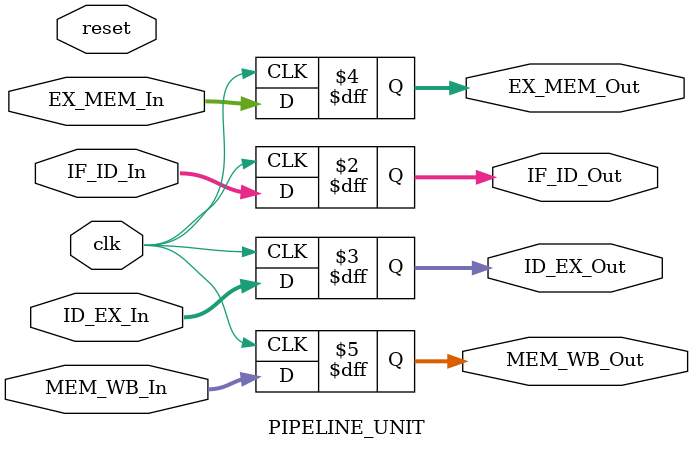
<source format=v>
 

module PIPELINE_UNIT(clk,reset,IF_ID_In,IF_ID_Out,ID_EX_In,ID_EX_Out,EX_MEM_In,EX_MEM_Out,MEM_WB_In,MEM_WB_Out);

input clk,reset;
input [63:0]IF_ID_In;    //32 to PC , 32 to Instraction
input [167:0]ID_EX_In;   //32 to PC ,, 32 to Instraction ,32 to read data 1,32 to read data 2, 32 to Imm Gen  + 8 Control
input [106:0]EX_MEM_In;	 //32 to ALU result ,32 to read data 2,32 to ImmGen_PC_Sum, 5 to Write Reg Address + 5 Control + 1 ALUZero
input [70:0]MEM_WB_In;   //32 to Read data,32 ALU reult ,5 to Write Reg Address + 2 Control
output reg [63:0]IF_ID_Out;	// 32,32
output reg [167:0]ID_EX_Out;	// 32,32,32,32,32,7
output reg [106:0]EX_MEM_Out;	// 32,32,32,5,5,1
output reg [70:0]MEM_WB_Out;	// 32,32,5,2

always @ (posedge clk)
begin
if(reset)
begin
IF_ID_Out <= 32'h0;
ID_EX_Out <= 32'h0;
EX_MEM_Out <= 32'h0;
MEM_WB_Out <= 32'h0;
end
IF_ID_Out <= IF_ID_In;
ID_EX_Out <= ID_EX_In;
EX_MEM_Out <= EX_MEM_In;
MEM_WB_Out <= MEM_WB_In;
end
endmodule

</source>
